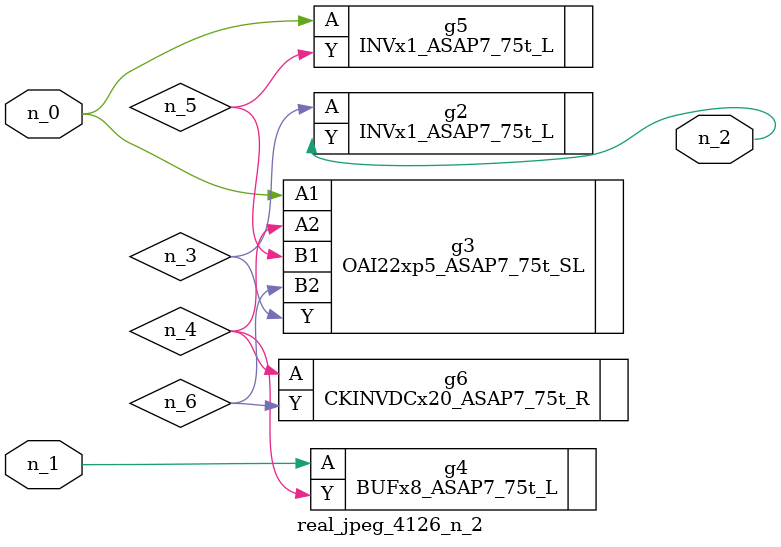
<source format=v>
module real_jpeg_4126_n_2 (n_1, n_0, n_2);

input n_1;
input n_0;

output n_2;

wire n_5;
wire n_4;
wire n_6;
wire n_3;

OAI22xp5_ASAP7_75t_SL g3 ( 
.A1(n_0),
.A2(n_4),
.B1(n_5),
.B2(n_6),
.Y(n_3)
);

INVx1_ASAP7_75t_L g5 ( 
.A(n_0),
.Y(n_5)
);

BUFx8_ASAP7_75t_L g4 ( 
.A(n_1),
.Y(n_4)
);

INVx1_ASAP7_75t_L g2 ( 
.A(n_3),
.Y(n_2)
);

CKINVDCx20_ASAP7_75t_R g6 ( 
.A(n_4),
.Y(n_6)
);


endmodule
</source>
